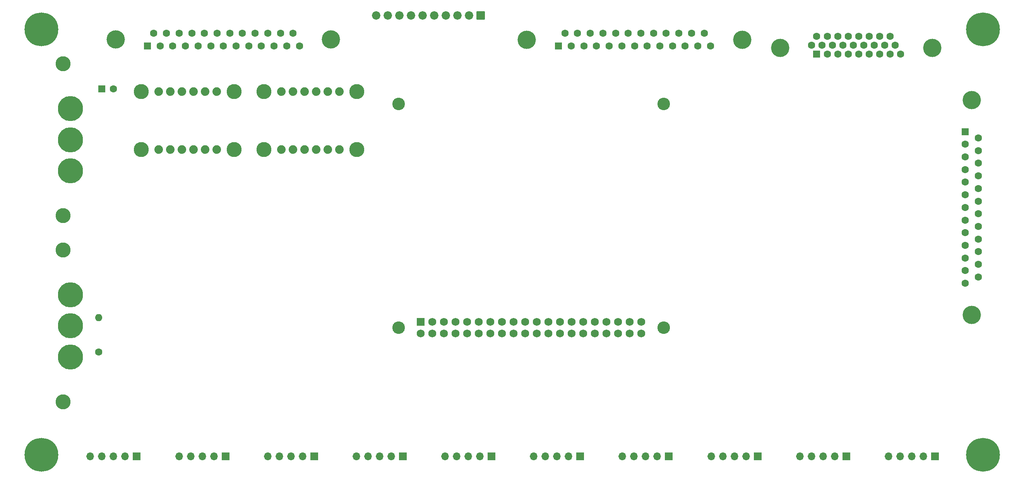
<source format=gbr>
%TF.GenerationSoftware,KiCad,Pcbnew,8.0.7*%
%TF.CreationDate,2025-03-17T18:41:30-07:00*%
%TF.ProjectId,launchController_noTemp,6c61756e-6368-4436-9f6e-74726f6c6c65,rev?*%
%TF.SameCoordinates,Original*%
%TF.FileFunction,Soldermask,Bot*%
%TF.FilePolarity,Negative*%
%FSLAX46Y46*%
G04 Gerber Fmt 4.6, Leading zero omitted, Abs format (unit mm)*
G04 Created by KiCad (PCBNEW 8.0.7) date 2025-03-17 18:41:30*
%MOMM*%
%LPD*%
G01*
G04 APERTURE LIST*
G04 Aperture macros list*
%AMRoundRect*
0 Rectangle with rounded corners*
0 $1 Rounding radius*
0 $2 $3 $4 $5 $6 $7 $8 $9 X,Y pos of 4 corners*
0 Add a 4 corners polygon primitive as box body*
4,1,4,$2,$3,$4,$5,$6,$7,$8,$9,$2,$3,0*
0 Add four circle primitives for the rounded corners*
1,1,$1+$1,$2,$3*
1,1,$1+$1,$4,$5*
1,1,$1+$1,$6,$7*
1,1,$1+$1,$8,$9*
0 Add four rect primitives between the rounded corners*
20,1,$1+$1,$2,$3,$4,$5,0*
20,1,$1+$1,$4,$5,$6,$7,0*
20,1,$1+$1,$6,$7,$8,$9,0*
20,1,$1+$1,$8,$9,$2,$3,0*%
G04 Aperture macros list end*
%ADD10R,1.700000X1.700000*%
%ADD11O,1.700000X1.700000*%
%ADD12C,3.300000*%
%ADD13C,5.500000*%
%ADD14C,1.600000*%
%ADD15O,1.600000X1.600000*%
%ADD16C,7.400000*%
%ADD17C,4.000000*%
%ADD18R,1.600000X1.600000*%
%ADD19RoundRect,0.102000X0.817500X0.817500X-0.817500X0.817500X-0.817500X-0.817500X0.817500X-0.817500X0*%
%ADD20C,1.839000*%
%ADD21C,1.879600*%
%ADD22C,3.301600*%
%ADD23C,2.750000*%
%ADD24R,1.750000X1.750000*%
%ADD25C,1.750000*%
G04 APERTURE END LIST*
D10*
%TO.C,J2*%
X143281753Y-182500000D03*
D11*
X140741753Y-182500000D03*
X138201753Y-182500000D03*
X135661753Y-182500000D03*
X133121753Y-182500000D03*
%TD*%
D10*
%TO.C,J8*%
X259692271Y-182500000D03*
D11*
X257152271Y-182500000D03*
X254612271Y-182500000D03*
X252072271Y-182500000D03*
X249532271Y-182500000D03*
%TD*%
D12*
%TO.C,POWER1*%
X107740000Y-96460000D03*
X107715000Y-129760000D03*
D13*
X109365000Y-106260000D03*
X109365000Y-113110000D03*
X109365000Y-119960000D03*
%TD*%
D14*
%TO.C,C15*%
X115540000Y-159610000D03*
D15*
X115540000Y-152110000D03*
%TD*%
D10*
%TO.C,J6*%
X220888765Y-182500000D03*
D11*
X218348765Y-182500000D03*
X215808765Y-182500000D03*
X213268765Y-182500000D03*
X210728765Y-182500000D03*
%TD*%
D16*
%TO.C,H1*%
X308990000Y-88910000D03*
%TD*%
D12*
%TO.C,RELAY_ARM1*%
X107740000Y-137260000D03*
X107715000Y-170560000D03*
D13*
X109365000Y-147060000D03*
X109365000Y-153910000D03*
X109365000Y-160760000D03*
%TD*%
D17*
%TO.C,J13*%
X297915000Y-92960000D03*
X264615000Y-92960000D03*
D18*
X272640000Y-94380000D03*
D14*
X274930000Y-94380000D03*
X277220000Y-94380000D03*
X279510000Y-94380000D03*
X281800000Y-94380000D03*
X284090000Y-94380000D03*
X286380000Y-94380000D03*
X288670000Y-94380000D03*
X290960000Y-94380000D03*
X271495000Y-92400000D03*
X273785000Y-92400000D03*
X276075000Y-92400000D03*
X278365000Y-92400000D03*
X280655000Y-92400000D03*
X282945000Y-92400000D03*
X285235000Y-92400000D03*
X287525000Y-92400000D03*
X289815000Y-92400000D03*
X272640000Y-90420000D03*
X274930000Y-90420000D03*
X277220000Y-90420000D03*
X279510000Y-90420000D03*
X281800000Y-90420000D03*
X284090000Y-90420000D03*
X286380000Y-90420000D03*
X288670000Y-90420000D03*
%TD*%
D10*
%TO.C,J5*%
X201487012Y-182500000D03*
D11*
X198947012Y-182500000D03*
X196407012Y-182500000D03*
X193867012Y-182500000D03*
X191327012Y-182500000D03*
%TD*%
D17*
%TO.C,J17*%
X166385000Y-91170331D03*
X119285000Y-91170331D03*
D18*
X126215000Y-92590331D03*
D14*
X128985000Y-92590331D03*
X131755000Y-92590331D03*
X134525000Y-92590331D03*
X137295000Y-92590331D03*
X140065000Y-92590331D03*
X142835000Y-92590331D03*
X145605000Y-92590331D03*
X148375000Y-92590331D03*
X151145000Y-92590331D03*
X153915000Y-92590331D03*
X156685000Y-92590331D03*
X159455000Y-92590331D03*
X127600000Y-89750331D03*
X130370000Y-89750331D03*
X133140000Y-89750331D03*
X135910000Y-89750331D03*
X138680000Y-89750331D03*
X141450000Y-89750331D03*
X144220000Y-89750331D03*
X146990000Y-89750331D03*
X149760000Y-89750331D03*
X152530000Y-89750331D03*
X155300000Y-89750331D03*
X158070000Y-89750331D03*
%TD*%
D19*
%TO.C,J12*%
X199110000Y-85920000D03*
D20*
X196570000Y-85920000D03*
X194030000Y-85920000D03*
X191490000Y-85920000D03*
X188950000Y-85920000D03*
X186410000Y-85920000D03*
X183870000Y-85920000D03*
X181330000Y-85920000D03*
X178790000Y-85920000D03*
X176250000Y-85920000D03*
%TD*%
D18*
%TO.C,C1*%
X116257621Y-101960000D03*
D14*
X118757621Y-101960000D03*
%TD*%
D21*
%TO.C,U2*%
X128693000Y-115247000D03*
X131233000Y-115247000D03*
X133773000Y-115247000D03*
X136313000Y-115247000D03*
X138853000Y-115247000D03*
X141393000Y-115247000D03*
X128693000Y-102547000D03*
X131233000Y-102547000D03*
X133773000Y-102547000D03*
X136313000Y-102547000D03*
X138853000Y-102547000D03*
X141393000Y-102547000D03*
D22*
X124883000Y-102547000D03*
X124883000Y-115247000D03*
X145203000Y-102547000D03*
X145203000Y-115247000D03*
%TD*%
D16*
%TO.C,H4*%
X102990000Y-182110000D03*
%TD*%
%TO.C,H3*%
X102990000Y-88910000D03*
%TD*%
D10*
%TO.C,J9*%
X279094024Y-182500000D03*
D11*
X276554024Y-182500000D03*
X274014024Y-182500000D03*
X271474024Y-182500000D03*
X268934024Y-182500000D03*
%TD*%
D17*
%TO.C,J16*%
X256325000Y-91180000D03*
X209225000Y-91180000D03*
D18*
X216155000Y-92600000D03*
D14*
X218925000Y-92600000D03*
X221695000Y-92600000D03*
X224465000Y-92600000D03*
X227235000Y-92600000D03*
X230005000Y-92600000D03*
X232775000Y-92600000D03*
X235545000Y-92600000D03*
X238315000Y-92600000D03*
X241085000Y-92600000D03*
X243855000Y-92600000D03*
X246625000Y-92600000D03*
X249395000Y-92600000D03*
X217540000Y-89760000D03*
X220310000Y-89760000D03*
X223080000Y-89760000D03*
X225850000Y-89760000D03*
X228620000Y-89760000D03*
X231390000Y-89760000D03*
X234160000Y-89760000D03*
X236930000Y-89760000D03*
X239700000Y-89760000D03*
X242470000Y-89760000D03*
X245240000Y-89760000D03*
X248010000Y-89760000D03*
%TD*%
D21*
%TO.C,U1*%
X155540000Y-115260000D03*
X158080000Y-115260000D03*
X160620000Y-115260000D03*
X163160000Y-115260000D03*
X165700000Y-115260000D03*
X168240000Y-115260000D03*
X155540000Y-102560000D03*
X158080000Y-102560000D03*
X160620000Y-102560000D03*
X163160000Y-102560000D03*
X165700000Y-102560000D03*
X168240000Y-102560000D03*
D22*
X151730000Y-102560000D03*
X151730000Y-115260000D03*
X172050000Y-102560000D03*
X172050000Y-115260000D03*
%TD*%
D10*
%TO.C,J1*%
X123880000Y-182500000D03*
D11*
X121340000Y-182500000D03*
X118800000Y-182500000D03*
X116260000Y-182500000D03*
X113720000Y-182500000D03*
%TD*%
D10*
%TO.C,J10*%
X298495777Y-182500000D03*
D11*
X295955777Y-182500000D03*
X293415777Y-182500000D03*
X290875777Y-182500000D03*
X288335777Y-182500000D03*
%TD*%
D16*
%TO.C,H2*%
X308990000Y-182110000D03*
%TD*%
D17*
%TO.C,J14*%
X306529669Y-151505000D03*
X306529669Y-104405000D03*
D18*
X305109669Y-111335000D03*
D14*
X305109669Y-114105000D03*
X305109669Y-116875000D03*
X305109669Y-119645000D03*
X305109669Y-122415000D03*
X305109669Y-125185000D03*
X305109669Y-127955000D03*
X305109669Y-130725000D03*
X305109669Y-133495000D03*
X305109669Y-136265000D03*
X305109669Y-139035000D03*
X305109669Y-141805000D03*
X305109669Y-144575000D03*
X307949669Y-112720000D03*
X307949669Y-115490000D03*
X307949669Y-118260000D03*
X307949669Y-121030000D03*
X307949669Y-123800000D03*
X307949669Y-126570000D03*
X307949669Y-129340000D03*
X307949669Y-132110000D03*
X307949669Y-134880000D03*
X307949669Y-137650000D03*
X307949669Y-140420000D03*
X307949669Y-143190000D03*
%TD*%
D10*
%TO.C,J4*%
X182085259Y-182500000D03*
D11*
X179545259Y-182500000D03*
X177005259Y-182500000D03*
X174465259Y-182500000D03*
X171925259Y-182500000D03*
%TD*%
D10*
%TO.C,J7*%
X240290518Y-182500000D03*
D11*
X237750518Y-182500000D03*
X235210518Y-182500000D03*
X232670518Y-182500000D03*
X230130518Y-182500000D03*
%TD*%
D23*
%TO.C,J11*%
X239140000Y-154260000D03*
X239140000Y-105260000D03*
X181140000Y-154260000D03*
X181140000Y-105260000D03*
D24*
X186010000Y-152990000D03*
D25*
X186010000Y-155530000D03*
X188550000Y-152990000D03*
X188550000Y-155530000D03*
X191090000Y-152990000D03*
X191090000Y-155530000D03*
X193630000Y-152990000D03*
X193630000Y-155530000D03*
X196170000Y-152990000D03*
X196170000Y-155530000D03*
X198710000Y-152990000D03*
X198710000Y-155530000D03*
X201250000Y-152990000D03*
X201250000Y-155530000D03*
X203790000Y-152990000D03*
X203790000Y-155530000D03*
X206330000Y-152990000D03*
X206330000Y-155530000D03*
X208870000Y-152990000D03*
X208870000Y-155530000D03*
X211410000Y-152990000D03*
X211410000Y-155530000D03*
X213950000Y-152990000D03*
X213950000Y-155530000D03*
X216490000Y-152990000D03*
X216490000Y-155530000D03*
X219030000Y-152990000D03*
X219030000Y-155530000D03*
X221570000Y-152990000D03*
X221570000Y-155530000D03*
X224110000Y-152990000D03*
X224110000Y-155530000D03*
X226650000Y-152990000D03*
X226650000Y-155530000D03*
X229190000Y-152990000D03*
X229190000Y-155530000D03*
X231730000Y-152990000D03*
X231730000Y-155530000D03*
X234270000Y-152990000D03*
X234270000Y-155530000D03*
%TD*%
D10*
%TO.C,J3*%
X162683506Y-182500000D03*
D11*
X160143506Y-182500000D03*
X157603506Y-182500000D03*
X155063506Y-182500000D03*
X152523506Y-182500000D03*
%TD*%
M02*

</source>
